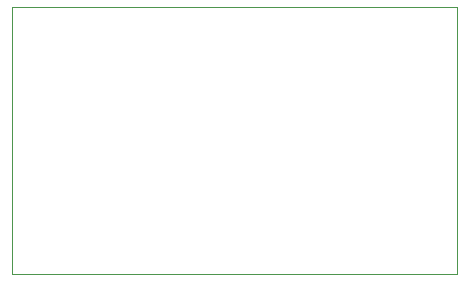
<source format=gbr>
%TF.GenerationSoftware,KiCad,Pcbnew,7.0.1*%
%TF.CreationDate,2024-02-20T00:17:48-05:00*%
%TF.ProjectId,usb test board,75736220-7465-4737-9420-626f6172642e,rev?*%
%TF.SameCoordinates,Original*%
%TF.FileFunction,Profile,NP*%
%FSLAX46Y46*%
G04 Gerber Fmt 4.6, Leading zero omitted, Abs format (unit mm)*
G04 Created by KiCad (PCBNEW 7.0.1) date 2024-02-20 00:17:48*
%MOMM*%
%LPD*%
G01*
G04 APERTURE LIST*
%TA.AperFunction,Profile*%
%ADD10C,0.100000*%
%TD*%
G04 APERTURE END LIST*
D10*
X86222000Y-89355000D02*
X123926000Y-89355000D01*
X123926000Y-111962000D01*
X86222000Y-111962000D01*
X86222000Y-89355000D01*
M02*

</source>
